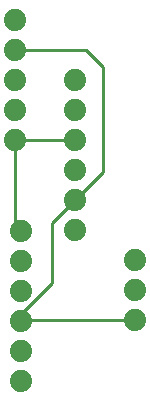
<source format=gbr>
G04 #@! TF.GenerationSoftware,KiCad,Pcbnew,(5.1.6)-1*
G04 #@! TF.CreationDate,2020-08-30T21:35:49+02:00*
G04 #@! TF.ProjectId,Freude_BreakoutBoard,46726575-6465-45f4-9272-65616b6f7574,rev?*
G04 #@! TF.SameCoordinates,Original*
G04 #@! TF.FileFunction,Copper,L2,Bot*
G04 #@! TF.FilePolarity,Positive*
%FSLAX46Y46*%
G04 Gerber Fmt 4.6, Leading zero omitted, Abs format (unit mm)*
G04 Created by KiCad (PCBNEW (5.1.6)-1) date 2020-08-30 21:35:49*
%MOMM*%
%LPD*%
G01*
G04 APERTURE LIST*
G04 #@! TA.AperFunction,ComponentPad*
%ADD10C,1.879600*%
G04 #@! TD*
G04 #@! TA.AperFunction,Conductor*
%ADD11C,0.250000*%
G04 #@! TD*
G04 APERTURE END LIST*
D10*
X165095000Y-87380000D03*
X165095000Y-89920000D03*
X165095000Y-92460000D03*
X159995000Y-72130000D03*
X159995000Y-74670000D03*
X159995000Y-77210000D03*
X159995000Y-79750000D03*
X159995000Y-82290000D03*
X159995000Y-84830000D03*
X154895000Y-67055000D03*
X154895000Y-69595000D03*
X154895000Y-72135000D03*
X154895000Y-74675000D03*
X154895000Y-77215000D03*
X155440000Y-84940000D03*
X155440000Y-87480000D03*
X155440000Y-90020000D03*
X155440000Y-92560000D03*
X155440000Y-95100000D03*
X155440000Y-97640000D03*
D11*
X158070000Y-84215000D02*
X159995000Y-82290000D01*
X154895000Y-92450000D02*
X158070000Y-89275000D01*
X158070000Y-89275000D02*
X158070000Y-84215000D01*
X160935000Y-69595000D02*
X154895000Y-69595000D01*
X162370000Y-71030000D02*
X160935000Y-69595000D01*
X159995000Y-82290000D02*
X162370000Y-79915000D01*
X162370000Y-79915000D02*
X162370000Y-71030000D01*
X154905000Y-92460000D02*
X154895000Y-92450000D01*
X165095000Y-92460000D02*
X154905000Y-92460000D01*
X154895000Y-84830000D02*
X154895000Y-77215000D01*
X159990000Y-77215000D02*
X159995000Y-77210000D01*
X154895000Y-77215000D02*
X159990000Y-77215000D01*
M02*

</source>
